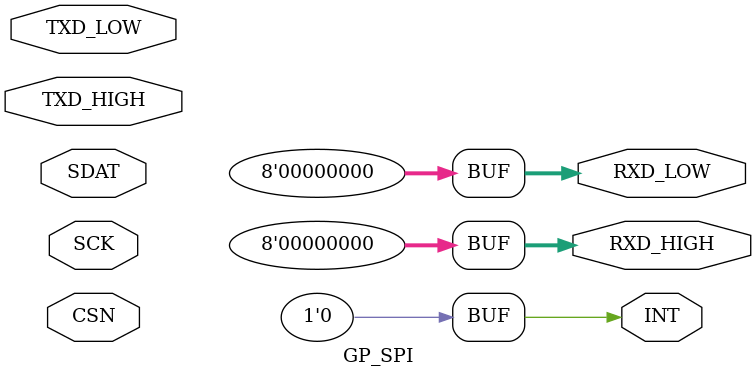
<source format=v>
module GP_SPI(
	input SCK,
	inout SDAT,
	input CSN,
	input[7:0] TXD_HIGH,
	input[7:0] TXD_LOW,
	output reg[7:0] RXD_HIGH,
	output reg[7:0] RXD_LOW,
	output reg INT);
	initial RXD_HIGH = 0;
	initial RXD_LOW = 0;
	initial INT = 0;
	parameter DATA_WIDTH = 8;		
	parameter SPI_CPHA = 0;			
	parameter SPI_CPOL = 0;			
	parameter DIRECTION = "INPUT";	
endmodule
</source>
